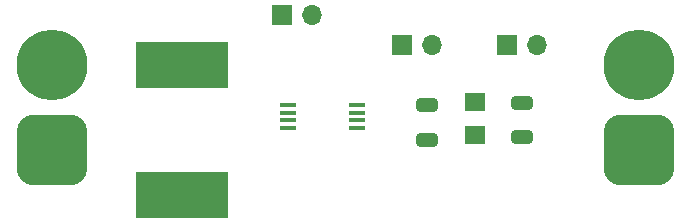
<source format=gts>
%TF.GenerationSoftware,KiCad,Pcbnew,7.0.2*%
%TF.CreationDate,2023-08-26T08:56:55-07:00*%
%TF.ProjectId,Current Sense Standalone,43757272-656e-4742-9053-656e73652053,rev?*%
%TF.SameCoordinates,Original*%
%TF.FileFunction,Soldermask,Top*%
%TF.FilePolarity,Negative*%
%FSLAX46Y46*%
G04 Gerber Fmt 4.6, Leading zero omitted, Abs format (unit mm)*
G04 Created by KiCad (PCBNEW 7.0.2) date 2023-08-26 08:56:55*
%MOMM*%
%LPD*%
G01*
G04 APERTURE LIST*
G04 Aperture macros list*
%AMRoundRect*
0 Rectangle with rounded corners*
0 $1 Rounding radius*
0 $2 $3 $4 $5 $6 $7 $8 $9 X,Y pos of 4 corners*
0 Add a 4 corners polygon primitive as box body*
4,1,4,$2,$3,$4,$5,$6,$7,$8,$9,$2,$3,0*
0 Add four circle primitives for the rounded corners*
1,1,$1+$1,$2,$3*
1,1,$1+$1,$4,$5*
1,1,$1+$1,$6,$7*
1,1,$1+$1,$8,$9*
0 Add four rect primitives between the rounded corners*
20,1,$1+$1,$2,$3,$4,$5,0*
20,1,$1+$1,$4,$5,$6,$7,0*
20,1,$1+$1,$6,$7,$8,$9,0*
20,1,$1+$1,$8,$9,$2,$3,0*%
G04 Aperture macros list end*
%ADD10RoundRect,1.500000X1.500000X-1.500000X1.500000X1.500000X-1.500000X1.500000X-1.500000X-1.500000X0*%
%ADD11C,6.000000*%
%ADD12RoundRect,0.250000X-0.650000X0.325000X-0.650000X-0.325000X0.650000X-0.325000X0.650000X0.325000X0*%
%ADD13R,1.800000X1.600000*%
%ADD14R,7.800000X4.000000*%
%ADD15R,1.700000X1.700000*%
%ADD16O,1.700000X1.700000*%
%ADD17R,1.473200X0.355600*%
G04 APERTURE END LIST*
D10*
X68344045Y-29210000D03*
D11*
X68344045Y-22010000D03*
D12*
X50411329Y-25400000D03*
X50411329Y-28350000D03*
D13*
X54453375Y-25140000D03*
X54453375Y-27940000D03*
D14*
X29629273Y-33018011D03*
X29629273Y-22018011D03*
D12*
X58420000Y-25195000D03*
X58420000Y-28145000D03*
D15*
X48260000Y-20320000D03*
D16*
X50800000Y-20320000D03*
D15*
X38100000Y-17780000D03*
D16*
X40640000Y-17780000D03*
D17*
X38608000Y-25400000D03*
X38608000Y-26049998D03*
X38608000Y-26700000D03*
X38608000Y-27349998D03*
X44450000Y-27349998D03*
X44450000Y-26700000D03*
X44450000Y-26049998D03*
X44450000Y-25400000D03*
D10*
X18650936Y-29210000D03*
D11*
X18650936Y-22010000D03*
D15*
X57150000Y-20320000D03*
D16*
X59690000Y-20320000D03*
M02*

</source>
